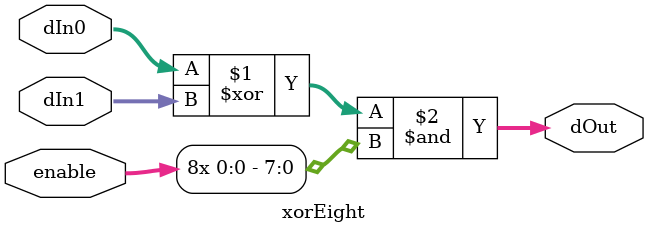
<source format=v>
`ifndef __XOR__
`define __XOR__

module xorEight
(
  input [7:0] dIn0,
  input [7:0] dIn1,
  input enable,

  output [7:0] dOut
);

  assign dOut = (dIn0 ^ dIn1) & {8{enable}};

endmodule

`endif

</source>
